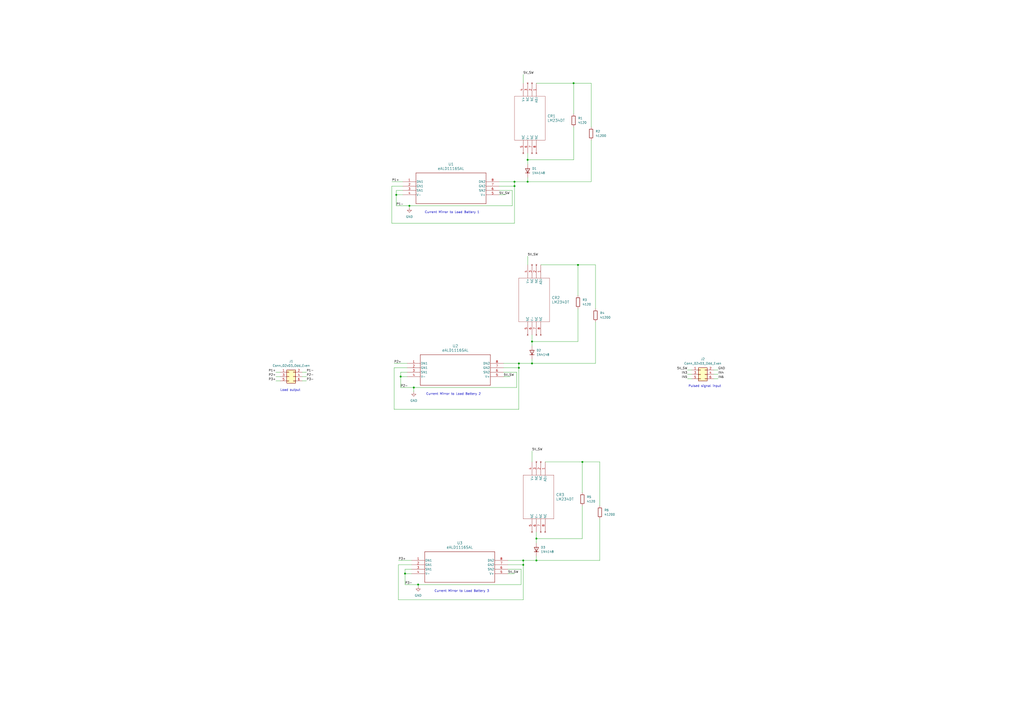
<source format=kicad_sch>
(kicad_sch (version 20231120) (generator "eeschema") (generator_version "8.0")
  (paper "A2")
  (lib_symbols
    (symbol "Connector_Generic:Conn_02x03_Odd_Even" (pin_names (offset 1.016) hide)
      (property "Reference" "J" (at 1.27 5.08 0))
      (property "Value" "Conn_02x03_Odd_Even" (at 1.27 -5.08 0))
      (symbol "Conn_02x03_Odd_Even_1_1"
        (rectangle (start -1.27 -2.413) (end 0 -2.667) (stroke (width 0.1524)))
        (rectangle (start -1.27 0.127) (end 0 -0.127) (stroke (width 0.1524)))
        (rectangle (start -1.27 2.667) (end 0 2.413) (stroke (width 0.1524)))
        (rectangle (start -1.27 3.81) (end 3.81 -3.81) (stroke (width 0.254)) (fill (type background)))
        (rectangle (start 3.81 -2.413) (end 2.54 -2.667) (stroke (width 0.1524)))
        (rectangle (start 3.81 0.127) (end 2.54 -0.127) (stroke (width 0.1524)))
        (rectangle (start 3.81 2.667) (end 2.54 2.413) (stroke (width 0.1524)))
        (pin passive line (at -5.08 2.54 0) (length 3.81) (name "Pin_1") (number "1"))
        (pin passive line (at 7.62 2.54 180) (length 3.81) (name "Pin_2") (number "2"))
        (pin passive line (at -5.08 0 0) (length 3.81) (name "Pin_3") (number "3"))
        (pin passive line (at 7.62 0 180) (length 3.81) (name "Pin_4") (number "4"))
        (pin passive line (at -5.08 -2.54 0) (length 3.81) (name "Pin_5") (number "5"))
        (pin passive line (at 7.62 -2.54 180) (length 3.81) (name "Pin_6") (number "6"))
      )
    )
    (symbol "Device:D" (pin_numbers hide) (pin_names (offset 1.016) hide)
      (property "Reference" "D" (at 0 2.54 0))
      (property "Value" "D" (at 0 -2.54 0))
      (symbol "D_0_1"
        (polyline (pts (xy -1.27 1.27) (xy -1.27 -1.27)) (stroke (width 0.254)))
        (polyline (pts (xy 1.27 0) (xy -1.27 0)))
        (polyline (pts (xy 1.27 1.27) (xy 1.27 -1.27) (xy -1.27 0) (xy 1.27 1.27)) (stroke (width 0.254)))
      )
      (symbol "D_1_1"
        (pin passive line (at -3.81 0 0) (length 2.54) (name "K") (number "1"))
        (pin passive line (at 3.81 0 180) (length 2.54) (name "A") (number "2"))
      )
    )
    (symbol "Device:R" (pin_numbers hide) (pin_names (offset 0))
      (property "Reference" "R" (at 2.032 0 90))
      (property "Value" "R" (at 0 0 90))
      (symbol "R_0_1"
        (rectangle (start -1.016 -2.54) (end 1.016 2.54) (stroke (width 0.254)))
      )
      (symbol "R_1_1"
        (pin passive line (at 0 3.81 270) (length 1.27) (name "~") (number "1"))
        (pin passive line (at 0 -3.81 90) (length 1.27) (name "~") (number "2"))
      )
    )
    (symbol "ald1116:ALD1116SAL" (pin_names (offset 0.254))
      (property "Reference" "U" (at 27.94 10.16 0))
      (property "Value" "ALD1116SAL" (at 27.94 7.62 0))
      (symbol "ALD1116SAL_0_1"
        (polyline (pts (xy 7.62 -12.7) (xy 48.26 -12.7)) (stroke (width 0.2032)))
        (polyline (pts (xy 7.62 5.08) (xy 7.62 -12.7)) (stroke (width 0.2032)))
        (polyline (pts (xy 48.26 -12.7) (xy 48.26 5.08)) (stroke (width 0.2032)))
        (polyline (pts (xy 48.26 5.08) (xy 7.62 5.08)) (stroke (width 0.2032)))
        (pin unspecified line (at 0 0 0) (length 7.62) (name "DN1") (number "1"))
        (pin unspecified line (at 0 -2.54 0) (length 7.62) (name "GN1") (number "2"))
        (pin unspecified line (at 0 -5.08 0) (length 7.62) (name "SN1") (number "3"))
        (pin power_in line (at 0 -7.62 0) (length 7.62) (name "V-") (number "4"))
        (pin power_in line (at 55.88 -7.62 180) (length 7.62) (name "V+") (number "5"))
        (pin unspecified line (at 55.88 -5.08 180) (length 7.62) (name "SN2") (number "6"))
        (pin unspecified line (at 55.88 -2.54 180) (length 7.62) (name "GN2") (number "7"))
        (pin unspecified line (at 55.88 0 180) (length 7.62) (name "DN2") (number "8"))
      )
    )
    (symbol "lm234:LM234DT" (pin_names (offset 0.254))
      (property "Reference" "CR" (at 20.32 10.16 0))
      (property "Value" "LM234DT" (at 20.32 7.62 0))
      (symbol "LM234DT_0_1"
        (polyline (pts (xy 7.62 -12.7) (xy 33.02 -12.7)) (stroke (width 0.127)))
        (polyline (pts (xy 7.62 5.08) (xy 7.62 -12.7)) (stroke (width 0.127)))
        (polyline (pts (xy 33.02 -12.7) (xy 33.02 5.08)) (stroke (width 0.127)))
        (polyline (pts (xy 33.02 5.08) (xy 7.62 5.08)) (stroke (width 0.127)))
        (pin unspecified line (at 0 0 0) (length 7.62) (name "ADJ") (number "1"))
        (pin no_connect line (at 0 -2.54 0) (length 7.62) (name "NC") (number "2"))
        (pin no_connect line (at 0 -5.08 0) (length 7.62) (name "NC") (number "3"))
        (pin power_in line (at 0 -7.62 0) (length 7.62) (name "V+") (number "4"))
        (pin no_connect line (at 40.64 -7.62 180) (length 7.62) (name "NC") (number "5"))
        (pin power_in line (at 40.64 -5.08 180) (length 7.62) (name "V-") (number "6"))
        (pin no_connect line (at 40.64 -2.54 180) (length 7.62) (name "NC") (number "7"))
        (pin no_connect line (at 40.64 0 180) (length 7.62) (name "NC") (number "8"))
      )
    )
    (symbol "power:GND" (power) (pin_numbers hide) (pin_names (offset 0) hide)
      (property "Value" "GND" (at 0 -3.81 0))
      (symbol "GND_0_1"
        (polyline (pts (xy 0 0) (xy 0 -1.27) (xy 1.27 -1.27) (xy 0 -2.54) (xy -1.27 -1.27) (xy 0 -1.27)))
      )
      (symbol "GND_1_1"
        (pin power_in line (at 0 0 270) (length 0) (name "~") (number "1"))
      )
    )
  )
  (junction (at 306.07 92.71))
  (junction (at 229.87 113.03))
  (junction (at 311.15 325.12))
  (junction (at 298.45 107.95))
  (junction (at 237.49 119.38))
  (junction (at 303.53 327.66))
  (junction (at 234.95 332.74))
  (junction (at 300.99 210.82))
  (junction (at 332.74 48.26))
  (junction (at 308.61 198.12))
  (junction (at 300.99 213.36))
  (junction (at 337.82 267.97))
  (junction (at 308.61 210.82))
  (junction (at 303.53 325.12))
  (junction (at 240.03 224.79))
  (junction (at 306.07 105.41))
  (junction (at 335.28 153.67))
  (junction (at 311.15 312.42))
  (junction (at 242.57 339.09))
  (junction (at 232.41 218.44))
  (junction (at 298.45 105.41))
  (wire (pts (xy 228.6 213.36) (xy 228.6 237.49)))
  (wire (pts (xy 160.02 215.9) (xy 162.56 215.9)))
  (wire (pts (xy 398.78 217.17) (xy 401.32 217.17)))
  (wire (pts (xy 414.02 219.71) (xy 416.56 219.71)))
  (wire (pts (xy 342.9 48.26) (xy 342.9 73.66)))
  (wire (pts (xy 160.02 220.98) (xy 162.56 220.98)))
  (wire (pts (xy 294.64 332.74) (xy 298.45 332.74)))
  (wire (pts (xy 345.44 186.69) (xy 345.44 210.82)))
  (wire (pts (xy 332.74 48.26) (xy 342.9 48.26)))
  (wire (pts (xy 292.1 215.9) (xy 299.72 215.9)))
  (wire (pts (xy 175.26 220.98) (xy 177.8 220.98)))
  (wire (pts (xy 335.28 198.12) (xy 308.61 198.12)))
  (wire (pts (xy 337.82 267.97) (xy 347.98 267.97)))
  (wire (pts (xy 160.02 218.44) (xy 162.56 218.44)))
  (wire (pts (xy 337.82 267.97) (xy 337.82 285.75)))
  (wire (pts (xy 306.07 148.59) (xy 306.07 153.67)))
  (wire (pts (xy 234.95 332.74) (xy 238.76 332.74)))
  (wire (pts (xy 297.18 119.38) (xy 237.49 119.38)))
  (wire (pts (xy 300.99 210.82) (xy 292.1 210.82)))
  (wire (pts (xy 233.68 107.95) (xy 227.33 107.95)))
  (wire (pts (xy 414.02 214.63) (xy 416.56 214.63)))
  (wire (pts (xy 232.41 215.9) (xy 232.41 218.44)))
  (wire (pts (xy 303.53 347.98) (xy 303.53 327.66)))
  (wire (pts (xy 306.07 102.87) (xy 306.07 105.41)))
  (wire (pts (xy 303.53 325.12) (xy 294.64 325.12)))
  (wire (pts (xy 231.14 347.98) (xy 303.53 347.98)))
  (wire (pts (xy 303.53 43.18) (xy 303.53 48.26)))
  (wire (pts (xy 289.56 113.03) (xy 293.37 113.03)))
  (wire (pts (xy 311.15 325.12) (xy 303.53 325.12)))
  (wire (pts (xy 311.15 322.58) (xy 311.15 325.12)))
  (wire (pts (xy 342.9 81.28) (xy 342.9 105.41)))
  (wire (pts (xy 227.33 129.54) (xy 298.45 129.54)))
  (wire (pts (xy 414.02 217.17) (xy 416.56 217.17)))
  (wire (pts (xy 308.61 198.12) (xy 308.61 200.66)))
  (wire (pts (xy 335.28 153.67) (xy 345.44 153.67)))
  (wire (pts (xy 335.28 179.07) (xy 335.28 198.12)))
  (wire (pts (xy 227.33 107.95) (xy 227.33 129.54)))
  (wire (pts (xy 294.64 327.66) (xy 303.53 327.66)))
  (wire (pts (xy 335.28 153.67) (xy 335.28 171.45)))
  (wire (pts (xy 298.45 105.41) (xy 298.45 107.95)))
  (wire (pts (xy 332.74 92.71) (xy 306.07 92.71)))
  (wire (pts (xy 175.26 215.9) (xy 177.8 215.9)))
  (wire (pts (xy 231.14 327.66) (xy 231.14 347.98)))
  (wire (pts (xy 347.98 325.12) (xy 311.15 325.12)))
  (wire (pts (xy 232.41 218.44) (xy 236.22 218.44)))
  (wire (pts (xy 292.1 213.36) (xy 300.99 213.36)))
  (wire (pts (xy 233.68 110.49) (xy 229.87 110.49)))
  (wire (pts (xy 242.57 340.36) (xy 242.57 339.09)))
  (wire (pts (xy 236.22 215.9) (xy 232.41 215.9)))
  (wire (pts (xy 234.95 339.09) (xy 234.95 332.74)))
  (wire (pts (xy 332.74 73.66) (xy 332.74 92.71)))
  (wire (pts (xy 227.33 105.41) (xy 233.68 105.41)))
  (wire (pts (xy 237.49 119.38) (xy 229.87 119.38)))
  (wire (pts (xy 345.44 153.67) (xy 345.44 179.07)))
  (wire (pts (xy 292.1 218.44) (xy 295.91 218.44)))
  (wire (pts (xy 347.98 300.99) (xy 347.98 325.12)))
  (wire (pts (xy 306.07 105.41) (xy 298.45 105.41)))
  (wire (pts (xy 306.07 88.9) (xy 306.07 92.71)))
  (wire (pts (xy 302.26 339.09) (xy 242.57 339.09)))
  (wire (pts (xy 337.82 293.37) (xy 337.82 312.42)))
  (wire (pts (xy 398.78 214.63) (xy 401.32 214.63)))
  (wire (pts (xy 311.15 48.26) (xy 332.74 48.26)))
  (wire (pts (xy 242.57 339.09) (xy 234.95 339.09)))
  (wire (pts (xy 311.15 312.42) (xy 311.15 314.96)))
  (wire (pts (xy 298.45 105.41) (xy 289.56 105.41)))
  (wire (pts (xy 347.98 267.97) (xy 347.98 293.37)))
  (wire (pts (xy 337.82 312.42) (xy 311.15 312.42)))
  (wire (pts (xy 232.41 224.79) (xy 232.41 218.44)))
  (wire (pts (xy 175.26 218.44) (xy 177.8 218.44)))
  (wire (pts (xy 303.53 325.12) (xy 303.53 327.66)))
  (wire (pts (xy 299.72 215.9) (xy 299.72 224.79)))
  (wire (pts (xy 234.95 330.2) (xy 234.95 332.74)))
  (wire (pts (xy 294.64 330.2) (xy 302.26 330.2)))
  (wire (pts (xy 311.15 308.61) (xy 311.15 312.42)))
  (wire (pts (xy 289.56 110.49) (xy 297.18 110.49)))
  (wire (pts (xy 308.61 208.28) (xy 308.61 210.82)))
  (wire (pts (xy 240.03 224.79) (xy 232.41 224.79)))
  (wire (pts (xy 302.26 330.2) (xy 302.26 339.09)))
  (wire (pts (xy 240.03 227.33) (xy 240.03 224.79)))
  (wire (pts (xy 238.76 330.2) (xy 234.95 330.2)))
  (wire (pts (xy 316.23 267.97) (xy 337.82 267.97)))
  (wire (pts (xy 229.87 113.03) (xy 233.68 113.03)))
  (wire (pts (xy 297.18 110.49) (xy 297.18 119.38)))
  (wire (pts (xy 238.76 327.66) (xy 231.14 327.66)))
  (wire (pts (xy 237.49 120.65) (xy 237.49 119.38)))
  (wire (pts (xy 236.22 213.36) (xy 228.6 213.36)))
  (wire (pts (xy 228.6 237.49) (xy 300.99 237.49)))
  (wire (pts (xy 398.78 219.71) (xy 401.32 219.71)))
  (wire (pts (xy 300.99 210.82) (xy 300.99 213.36)))
  (wire (pts (xy 332.74 48.26) (xy 332.74 66.04)))
  (wire (pts (xy 345.44 210.82) (xy 308.61 210.82)))
  (wire (pts (xy 229.87 110.49) (xy 229.87 113.03)))
  (wire (pts (xy 313.69 153.67) (xy 335.28 153.67)))
  (wire (pts (xy 306.07 92.71) (xy 306.07 95.25)))
  (wire (pts (xy 229.87 119.38) (xy 229.87 113.03)))
  (wire (pts (xy 308.61 261.62) (xy 308.61 267.97)))
  (wire (pts (xy 342.9 105.41) (xy 306.07 105.41)))
  (wire (pts (xy 300.99 237.49) (xy 300.99 213.36)))
  (wire (pts (xy 298.45 129.54) (xy 298.45 107.95)))
  (wire (pts (xy 289.56 107.95) (xy 298.45 107.95)))
  (wire (pts (xy 228.6 210.82) (xy 236.22 210.82)))
  (wire (pts (xy 308.61 210.82) (xy 300.99 210.82)))
  (wire (pts (xy 231.14 325.12) (xy 238.76 325.12)))
  (wire (pts (xy 308.61 194.31) (xy 308.61 198.12)))
  (wire (pts (xy 299.72 224.79) (xy 240.03 224.79)))
  (text "Pulsed signal input" (at 399.288 224.79 0) (effects (font (size 1.27 1.27)) (justify left bottom)))
  (text "Load output" (at 162.56 227.076 0) (effects (font (size 1.27 1.27)) (justify left bottom)))
  (text "Current Mirror to Load Battery 3" (at 251.968 343.662 0) (effects (font (size 1.27 1.27)) (justify left bottom)))
  (text "Current Mirror to Load Battery 1\n" (at 246.38 123.952 0) (effects (font (size 1.27 1.27)) (justify left bottom)))
  (text "Current Mirror to Load Battery 2" (at 247.142 229.362 0) (effects (font (size 1.27 1.27)) (justify left bottom)))
  (label "5V_SW" (at 398.78 214.63 180))
  (label "P3-" (at 234.95 339.09 0))
  (label "IN5" (at 398.78 219.71 180))
  (label "5V_SW" (at 292.1 218.44 0))
  (label "5V_SW" (at 308.61 261.62 0))
  (label "5V_SW" (at 306.07 148.59 0))
  (label "P3+" (at 231.14 325.12 0))
  (label "P3+" (at 160.02 220.98 180))
  (label "P2-" (at 177.8 218.44 0))
  (label "5V_SW" (at 289.56 113.03 0))
  (label "IN6" (at 416.56 219.71 0))
  (label "P2+" (at 160.02 218.44 180))
  (label "P2+" (at 228.6 210.82 0))
  (label "P1+" (at 160.02 215.9 180))
  (label "5V_SW" (at 303.53 43.18 0))
  (label "P1-" (at 177.8 215.9 0))
  (label "P2-" (at 232.41 224.79 0))
  (label "IN4" (at 416.56 217.17 0))
  (label "P1-" (at 229.87 119.38 0))
  (label "5V_SW" (at 294.64 332.74 0))
  (label "GND" (at 416.56 214.63 0))
  (label "P1+" (at 227.33 105.41 0))
  (label "P3-" (at 177.8 220.98 0))
  (label "IN3" (at 398.78 217.17 180))
  (symbol (lib_id "Device:D") (at 311.15 318.77 90) (unit 1)
    (property "Reference" "D3" (at 313.69 317.5 90) (effects (justify right)))
    (property "Value" "1N4148" (at 313.69 320.04 90) (effects (justify right)))
    (property "Footprint" "Diode_SMD:D_SOD-123" (effects (hide yes)))
    (property "Sim.Device" "D" (effects (hide yes)))
    (property "Sim.Pins" "1=K 2=A" (effects (hide yes)))
  )
  (symbol (lib_id "Device:R") (at 337.82 289.56 0) (unit 1)
    (property "Reference" "R5" (at 340.36 288.29 0) (effects (justify left)))
    (property "Value" "4120" (at 340.36 290.83 0) (effects (justify left)))
    (property "Footprint" "Resistor_SMD:R_0603_1608Metric" (effects (hide yes)))
  )
  (symbol (lib_id "Device:R") (at 332.74 69.85 0) (unit 1)
    (property "Reference" "R1" (at 335.28 68.58 0) (effects (justify left)))
    (property "Value" "4120" (at 335.28 71.12 0) (effects (justify left)))
    (property "Footprint" "Resistor_SMD:R_0603_1608Metric" (effects (hide yes)))
  )
  (symbol (lib_id "Device:R") (at 335.28 175.26 0) (unit 1)
    (property "Reference" "R3" (at 337.82 173.99 0) (effects (justify left)))
    (property "Value" "4120" (at 337.82 176.53 0) (effects (justify left)))
    (property "Footprint" "Resistor_SMD:R_0603_1608Metric" (effects (hide yes)))
  )
  (symbol (lib_id "lm234:LM234DT") (at 316.23 267.97 270) (unit 1)
    (property "Reference" "CR3" (at 322.58 287.0199 90) (effects (font (size 1.524 1.524)) (justify left)))
    (property "Value" "LM234DT" (at 322.58 289.5599 90) (effects (font (size 1.524 1.524)) (justify left)))
    (property "Footprint" "Package_SO:SOIC-8_3.9x4.9mm_P1.27mm" (effects (hide yes)))
    (property "Datasheet" "LM234DT" (effects (hide yes)))
  )
  (symbol (lib_id "Device:R") (at 342.9 77.47 0) (unit 1)
    (property "Reference" "R2" (at 345.44 76.2 0) (effects (justify left)))
    (property "Value" "41200" (at 345.44 78.74 0) (effects (justify left)))
    (property "Footprint" "Resistor_SMD:R_0603_1608Metric" (effects (hide yes)))
  )
  (symbol (lib_id "Connector_Generic:Conn_02x03_Odd_Even") (at 406.4 217.17 0) (unit 1)
    (property "Reference" "J2" (at 407.67 208.28 0))
    (property "Value" "Conn_02x03_Odd_Even" (at 407.67 210.82 0))
    (property "Footprint" "Connector_PinHeader_2.54mm:PinHeader_2x03_P2.54mm_Vertical_SMD" (effects (hide yes)))
    (property "Description" "Generic connector, double row, 02x03, odd/even pin numbering scheme (row 1 odd numbers, row 2 even numbers), script generated (kicad-library-utils/schlib/autogen/connector/)" (effects (hide yes)))
  )
  (symbol (lib_id "Device:R") (at 345.44 182.88 0) (unit 1)
    (property "Reference" "R4" (at 347.98 181.61 0) (effects (justify left)))
    (property "Value" "41200" (at 347.98 184.15 0) (effects (justify left)))
    (property "Footprint" "Resistor_SMD:R_0603_1608Metric" (effects (hide yes)))
  )
  (symbol (lib_id "Device:D") (at 306.07 99.06 90) (unit 1)
    (property "Reference" "D1" (at 308.61 97.79 90) (effects (justify right)))
    (property "Value" "1N4148" (at 308.61 100.33 90) (effects (justify right)))
    (property "Footprint" "Diode_SMD:D_SOD-123" (effects (hide yes)))
    (property "Sim.Device" "D" (effects (hide yes)))
    (property "Sim.Pins" "1=K 2=A" (effects (hide yes)))
  )
  (symbol (lib_id "power:GND") (at 242.57 340.36 0) (unit 1)
    (property "Reference" "#PWR02" (effects (hide yes)))
    (property "Value" "GND" (at 242.57 345.44 0))
    (property "Description" "Power symbol creates a global label with name \"GND\" , ground" (effects (hide yes)))
  )
  (symbol (lib_id "Device:R") (at 347.98 297.18 0) (unit 1)
    (property "Reference" "R6" (at 350.52 295.91 0) (effects (justify left)))
    (property "Value" "41200" (at 350.52 298.45 0) (effects (justify left)))
    (property "Footprint" "Resistor_SMD:R_0603_1608Metric" (effects (hide yes)))
  )
  (symbol (lib_id "lm234:LM234DT") (at 311.15 48.26 270) (unit 1)
    (property "Reference" "CR1" (at 317.5 67.3099 90) (effects (font (size 1.524 1.524)) (justify left)))
    (property "Value" "LM234DT" (at 317.5 69.8499 90) (effects (font (size 1.524 1.524)) (justify left)))
    (property "Footprint" "Package_SO:SOIC-8_3.9x4.9mm_P1.27mm" (effects (hide yes)))
    (property "Datasheet" "LM234DT" (effects (hide yes)))
  )
  (symbol (lib_id "Device:D") (at 308.61 204.47 90) (unit 1)
    (property "Reference" "D2" (at 311.15 203.2 90) (effects (justify right)))
    (property "Value" "1N4148" (at 311.15 205.74 90) (effects (justify right)))
    (property "Footprint" "Diode_SMD:D_SOD-123" (effects (hide yes)))
    (property "Sim.Device" "D" (effects (hide yes)))
    (property "Sim.Pins" "1=K 2=A" (effects (hide yes)))
  )
  (symbol (lib_id "power:GND") (at 240.03 227.33 0) (unit 1)
    (property "Reference" "#PWR01" (effects (hide yes)))
    (property "Value" "GND" (at 240.03 232.41 0))
    (property "Description" "Power symbol creates a global label with name \"GND\" , ground" (effects (hide yes)))
  )
  (symbol (lib_id "Connector_Generic:Conn_02x03_Odd_Even") (at 167.64 218.44 0) (unit 1)
    (property "Reference" "J1" (at 168.91 209.55 0))
    (property "Value" "Conn_02x03_Odd_Even" (at 168.91 212.09 0))
    (property "Footprint" "Connector_PinHeader_2.54mm:PinHeader_2x03_P2.54mm_Vertical_SMD" (effects (hide yes)))
    (property "Description" "Generic connector, double row, 02x03, odd/even pin numbering scheme (row 1 odd numbers, row 2 even numbers), script generated (kicad-library-utils/schlib/autogen/connector/)" (effects (hide yes)))
  )
  (symbol (lib_id "power:GND") (at 237.49 120.65 0) (unit 1)
    (property "Reference" "#PWR03" (effects (hide yes)))
    (property "Value" "GND" (at 237.49 125.73 0))
    (property "Description" "Power symbol creates a global label with name \"GND\" , ground" (effects (hide yes)))
  )
  (symbol (lib_id "ald1116:ALD1116SAL") (at 233.68 105.41 0) (unit 1)
    (property "Reference" "U1" (at 261.62 95.25 0) (effects (font (size 1.524 1.524))))
    (property "Value" "eALD1116SAL" (at 261.62 97.79 0) (effects (font (size 1.524 1.524))))
    (property "Footprint" "Package_SO:SOIC-8_3.9x4.9mm_P1.27mm" (effects (hide yes)))
    (property "Datasheet" "ALD1116SAL" (effects (hide yes)))
  )
  (symbol (lib_id "ald1116:ALD1116SAL") (at 238.76 325.12 0) (unit 1)
    (property "Reference" "U3" (at 266.7 314.96 0) (effects (font (size 1.524 1.524))))
    (property "Value" "eALD1116SAL" (at 266.7 317.5 0) (effects (font (size 1.524 1.524))))
    (property "Footprint" "Package_SO:SOIC-8_3.9x4.9mm_P1.27mm" (effects (hide yes)))
    (property "Datasheet" "ALD1116SAL" (effects (hide yes)))
  )
  (symbol (lib_id "lm234:LM234DT") (at 313.69 153.67 270) (unit 1)
    (property "Reference" "CR2" (at 320.04 172.7199 90) (effects (font (size 1.524 1.524)) (justify left)))
    (property "Value" "LM234DT" (at 320.04 175.2599 90) (effects (font (size 1.524 1.524)) (justify left)))
    (property "Footprint" "Package_SO:SOIC-8_3.9x4.9mm_P1.27mm" (effects (hide yes)))
    (property "Datasheet" "LM234DT" (effects (hide yes)))
  )
  (symbol (lib_id "ald1116:ALD1116SAL") (at 236.22 210.82 0) (unit 1)
    (property "Reference" "U2" (at 264.16 200.66 0) (effects (font (size 1.524 1.524))))
    (property "Value" "eALD1116SAL" (at 264.16 203.2 0) (effects (font (size 1.524 1.524))))
    (property "Footprint" "Package_SO:SOIC-8_3.9x4.9mm_P1.27mm" (effects (hide yes)))
    (property "Datasheet" "ALD1116SAL" (effects (hide yes)))
  )
)
</source>
